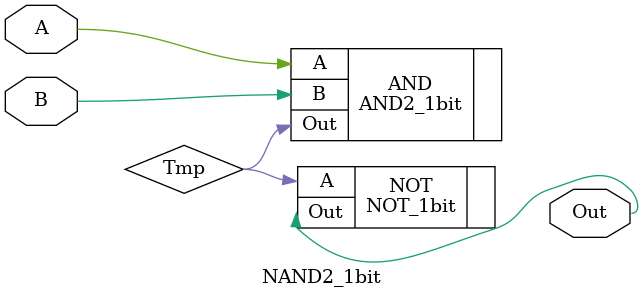
<source format=v>
module NAND2_1bit(A, B, Out);

input A, B;
output Out;

wire Tmp;

AND2_1bit AND(.A(A), .B(B), .Out(Tmp));
NOT_1bit NOT(.A(Tmp), .Out(Out));

endmodule

</source>
